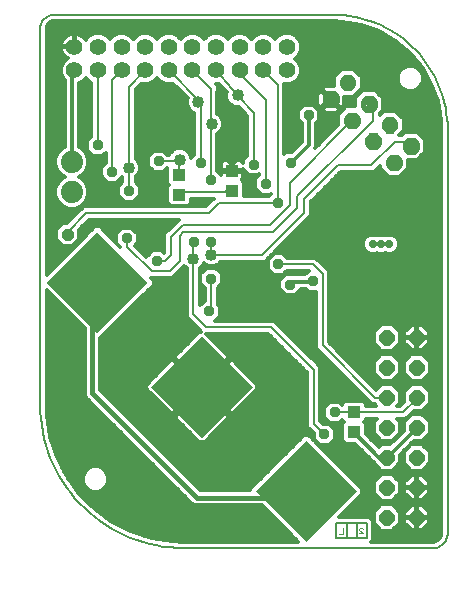
<source format=gbl>
G75*
G70*
%OFA0B0*%
%FSLAX24Y24*%
%IPPOS*%
%LPD*%
%AMOC8*
5,1,8,0,0,1.08239X$1,22.5*
%
%ADD10C,0.0020*%
%ADD11C,0.0115*%
%ADD12OC8,0.0515*%
%ADD13R,0.0433X0.0394*%
%ADD14R,0.2390X0.2390*%
%ADD15C,0.0740*%
%ADD16C,0.0560*%
%ADD17C,0.0400*%
%ADD18C,0.0280*%
%ADD19C,0.0080*%
%ADD20OC8,0.0357*%
%ADD21C,0.0120*%
%ADD22C,0.0180*%
%ADD23OC8,0.0396*%
%ADD24C,0.0160*%
%ADD25C,0.0060*%
%ADD26C,0.0050*%
D10*
X011836Y002377D02*
X011957Y002377D01*
X011957Y002557D01*
X012511Y002537D02*
X012541Y002567D01*
X012602Y002567D01*
X012632Y002537D01*
X012511Y002537D02*
X012511Y002507D01*
X012632Y002387D01*
X012511Y002387D01*
D11*
X013637Y014916D02*
X013579Y014974D01*
X013767Y014974D01*
X013902Y014839D01*
X013902Y014651D01*
X013767Y014516D01*
X013579Y014516D01*
X013444Y014651D01*
X013444Y014839D01*
X013579Y014974D01*
X013614Y014887D01*
X013732Y014887D01*
X013815Y014804D01*
X013815Y014686D01*
X013732Y014603D01*
X013614Y014603D01*
X013531Y014686D01*
X013531Y014804D01*
X013614Y014887D01*
X013649Y014801D01*
X013697Y014801D01*
X013729Y014769D01*
X013729Y014721D01*
X013697Y014689D01*
X013649Y014689D01*
X013617Y014721D01*
X013617Y014769D01*
X013649Y014801D01*
X014194Y015472D02*
X014136Y015530D01*
X014324Y015530D01*
X014459Y015395D01*
X014459Y015207D01*
X014324Y015072D01*
X014136Y015072D01*
X014001Y015207D01*
X014001Y015395D01*
X014136Y015530D01*
X014171Y015443D01*
X014289Y015443D01*
X014372Y015360D01*
X014372Y015242D01*
X014289Y015159D01*
X014171Y015159D01*
X014088Y015242D01*
X014088Y015360D01*
X014171Y015443D01*
X014206Y015357D01*
X014254Y015357D01*
X014286Y015325D01*
X014286Y015277D01*
X014254Y015245D01*
X014206Y015245D01*
X014174Y015277D01*
X014174Y015325D01*
X014206Y015357D01*
X013487Y016180D02*
X013429Y016238D01*
X013617Y016238D01*
X013752Y016103D01*
X013752Y015915D01*
X013617Y015780D01*
X013429Y015780D01*
X013294Y015915D01*
X013294Y016103D01*
X013429Y016238D01*
X013464Y016151D01*
X013582Y016151D01*
X013665Y016068D01*
X013665Y015950D01*
X013582Y015867D01*
X013464Y015867D01*
X013381Y015950D01*
X013381Y016068D01*
X013464Y016151D01*
X013499Y016065D01*
X013547Y016065D01*
X013579Y016033D01*
X013579Y015985D01*
X013547Y015953D01*
X013499Y015953D01*
X013467Y015985D01*
X013467Y016033D01*
X013499Y016065D01*
X012930Y015623D02*
X012872Y015681D01*
X013060Y015681D01*
X013195Y015546D01*
X013195Y015358D01*
X013060Y015223D01*
X012872Y015223D01*
X012737Y015358D01*
X012737Y015546D01*
X012872Y015681D01*
X012907Y015594D01*
X013025Y015594D01*
X013108Y015511D01*
X013108Y015393D01*
X013025Y015310D01*
X012907Y015310D01*
X012824Y015393D01*
X012824Y015511D01*
X012907Y015594D01*
X012942Y015508D01*
X012990Y015508D01*
X013022Y015476D01*
X013022Y015428D01*
X012990Y015396D01*
X012942Y015396D01*
X012910Y015428D01*
X012910Y015476D01*
X012942Y015508D01*
X012234Y016319D02*
X012176Y016377D01*
X012364Y016377D01*
X012499Y016242D01*
X012499Y016054D01*
X012364Y015919D01*
X012176Y015919D01*
X012041Y016054D01*
X012041Y016242D01*
X012176Y016377D01*
X012211Y016290D01*
X012329Y016290D01*
X012412Y016207D01*
X012412Y016089D01*
X012329Y016006D01*
X012211Y016006D01*
X012128Y016089D01*
X012128Y016207D01*
X012211Y016290D01*
X012246Y016204D01*
X012294Y016204D01*
X012326Y016172D01*
X012326Y016124D01*
X012294Y016092D01*
X012246Y016092D01*
X012214Y016124D01*
X012214Y016172D01*
X012246Y016204D01*
X012791Y016876D02*
X012733Y016934D01*
X012921Y016934D01*
X013056Y016799D01*
X013056Y016611D01*
X012921Y016476D01*
X012733Y016476D01*
X012598Y016611D01*
X012598Y016799D01*
X012733Y016934D01*
X012768Y016847D01*
X012886Y016847D01*
X012969Y016764D01*
X012969Y016646D01*
X012886Y016563D01*
X012768Y016563D01*
X012685Y016646D01*
X012685Y016764D01*
X012768Y016847D01*
X012803Y016761D01*
X012851Y016761D01*
X012883Y016729D01*
X012883Y016681D01*
X012851Y016649D01*
X012803Y016649D01*
X012771Y016681D01*
X012771Y016729D01*
X012803Y016761D01*
X012084Y017583D02*
X012026Y017641D01*
X012214Y017641D01*
X012349Y017506D01*
X012349Y017318D01*
X012214Y017183D01*
X012026Y017183D01*
X011891Y017318D01*
X011891Y017506D01*
X012026Y017641D01*
X012061Y017554D01*
X012179Y017554D01*
X012262Y017471D01*
X012262Y017353D01*
X012179Y017270D01*
X012061Y017270D01*
X011978Y017353D01*
X011978Y017471D01*
X012061Y017554D01*
X012096Y017468D01*
X012144Y017468D01*
X012176Y017436D01*
X012176Y017388D01*
X012144Y017356D01*
X012096Y017356D01*
X012064Y017388D01*
X012064Y017436D01*
X012096Y017468D01*
X011527Y017026D02*
X011469Y017084D01*
X011657Y017084D01*
X011792Y016949D01*
X011792Y016761D01*
X011657Y016626D01*
X011469Y016626D01*
X011334Y016761D01*
X011334Y016949D01*
X011469Y017084D01*
X011504Y016997D01*
X011622Y016997D01*
X011705Y016914D01*
X011705Y016796D01*
X011622Y016713D01*
X011504Y016713D01*
X011421Y016796D01*
X011421Y016914D01*
X011504Y016997D01*
X011539Y016911D01*
X011587Y016911D01*
X011619Y016879D01*
X011619Y016831D01*
X011587Y016799D01*
X011539Y016799D01*
X011507Y016831D01*
X011507Y016879D01*
X011539Y016911D01*
D12*
X013429Y008912D03*
X013429Y007912D03*
X013429Y006912D03*
X013429Y005912D03*
X013429Y004912D03*
X013429Y003912D03*
X013429Y002912D03*
X014429Y002912D03*
X014429Y003912D03*
X014429Y004912D03*
X014429Y005912D03*
X014429Y006912D03*
X014429Y007912D03*
X014429Y008912D03*
D13*
X012337Y006421D03*
X012337Y005752D03*
X006515Y013667D03*
X006515Y014336D03*
X008269Y014476D03*
X008269Y013807D03*
D14*
G36*
X003785Y009056D02*
X002096Y010745D01*
X003785Y012434D01*
X005474Y010745D01*
X003785Y009056D01*
G37*
G36*
X007265Y005576D02*
X005576Y007265D01*
X007265Y008954D01*
X008954Y007265D01*
X007265Y005576D01*
G37*
G36*
X010745Y002096D02*
X009056Y003785D01*
X010745Y005474D01*
X012434Y003785D01*
X010745Y002096D01*
G37*
D15*
X002935Y013761D03*
X002935Y014761D03*
D16*
X003015Y017815D03*
X003015Y018603D03*
X003802Y018603D03*
X003802Y017815D03*
X004589Y017815D03*
X004589Y018603D03*
X005377Y018603D03*
X005377Y017815D03*
X006164Y017815D03*
X006164Y018603D03*
X006952Y018603D03*
X006952Y017815D03*
X007739Y017815D03*
X007739Y018603D03*
X008526Y018603D03*
X008526Y017815D03*
X009314Y017815D03*
X009314Y018603D03*
X010101Y018603D03*
X010101Y017815D03*
D17*
X008457Y016987D03*
X007597Y016037D03*
X007147Y016757D03*
X006527Y014847D03*
X004827Y014567D03*
X006977Y011537D03*
X007577Y011667D03*
D18*
X012957Y012027D03*
X013237Y012027D03*
X013517Y012027D03*
D19*
X012917Y014657D02*
X011797Y014657D01*
X010677Y013537D01*
X010677Y013077D01*
X009267Y011667D01*
X007577Y011667D01*
X007577Y012087D01*
X007007Y012097D02*
X006977Y012067D01*
X006977Y011537D01*
X006977Y009697D01*
X007407Y009257D01*
X009577Y009257D01*
X010997Y007837D01*
X010997Y006037D01*
X011347Y005687D01*
X011697Y006417D02*
X011701Y006421D01*
X012337Y006421D01*
X012342Y006427D01*
X013977Y006427D01*
X014429Y006879D01*
X014429Y006912D01*
X013429Y006912D02*
X013031Y006912D01*
X011287Y008657D01*
X011287Y011027D01*
X010957Y011357D01*
X009817Y011357D01*
X009907Y011267D01*
X009647Y012417D02*
X006647Y012417D01*
X006527Y012297D01*
X006527Y011457D01*
X006187Y011117D01*
X005597Y011117D01*
X004767Y011937D01*
X004767Y012217D01*
X005777Y011457D02*
X006027Y011457D01*
X006237Y011667D01*
X006237Y012267D01*
X006647Y012677D01*
X009527Y012677D01*
X010197Y013347D01*
X010197Y014074D01*
X012270Y016148D01*
X012967Y016147D02*
X010447Y013627D01*
X010447Y013217D01*
X009647Y012417D01*
X009797Y013397D02*
X007827Y013397D01*
X007497Y013067D01*
X003417Y013067D01*
X002787Y012437D01*
X002787Y012337D01*
X003785Y010745D02*
X003657Y010616D01*
X003657Y010277D01*
X006177Y007277D02*
X007197Y007307D01*
X007265Y007265D02*
X007097Y007097D01*
X007097Y007087D01*
X007157Y007027D01*
X007477Y007027D01*
X007507Y009787D02*
X007577Y009857D01*
X007577Y010867D01*
X006515Y013667D02*
X006615Y013767D01*
X008037Y013767D01*
X008249Y013979D01*
X008269Y013807D01*
X007557Y014167D02*
X007558Y015977D01*
X007608Y016025D01*
X007597Y016037D01*
X007558Y015977D02*
X007567Y017200D01*
X006952Y017815D01*
X007739Y017815D02*
X008481Y016979D01*
X008464Y016979D01*
X008457Y016987D01*
X008481Y016979D02*
X008997Y016398D01*
X008997Y014677D01*
X009397Y014037D02*
X009397Y016837D01*
X008526Y017707D01*
X008526Y017815D01*
X009314Y017815D02*
X009797Y017332D01*
X009797Y013397D01*
X010967Y010787D02*
X010977Y010787D01*
X012917Y014657D02*
X013697Y015437D01*
X014095Y015437D01*
X014230Y015301D01*
X012967Y016147D02*
X012967Y016565D01*
X012827Y016705D01*
X007237Y016743D02*
X007237Y014727D01*
X006527Y014787D02*
X006527Y014847D01*
X006515Y014605D01*
X006515Y014336D01*
X006527Y014787D02*
X005827Y014787D01*
X006545Y013767D02*
X006515Y013667D01*
X004837Y013797D02*
X004837Y014577D01*
X004837Y014647D01*
X004837Y017275D01*
X005377Y017815D01*
X006164Y017815D02*
X007185Y016795D01*
X007147Y016757D01*
X007185Y016795D02*
X007237Y016743D01*
X004837Y014577D02*
X004827Y014567D01*
X004277Y014437D02*
X004277Y017502D01*
X004589Y017815D01*
X003802Y017815D02*
X003797Y017810D01*
X003797Y015317D01*
D20*
X003797Y015317D03*
X004277Y014437D03*
X004837Y013797D03*
X005827Y014787D03*
X007237Y014727D03*
X007557Y014167D03*
X008257Y014817D03*
X008997Y014677D03*
X009397Y014037D03*
X009797Y013397D03*
X010227Y014727D03*
X010827Y016317D03*
X007577Y012087D03*
X007007Y012097D03*
X007577Y010867D03*
X007507Y009787D03*
X009107Y011197D03*
X009817Y011357D03*
X010207Y010677D03*
X010977Y010787D03*
X012987Y010397D03*
X011707Y007387D03*
X011697Y006417D03*
X011347Y005687D03*
X010147Y007377D03*
X007477Y007027D03*
X006177Y007277D03*
X003657Y010277D03*
X004767Y012217D03*
X005777Y011457D03*
X003297Y005217D03*
D21*
X003467Y003853D02*
X003075Y003853D01*
X002989Y003971D02*
X003355Y003971D01*
X003360Y003959D02*
X003297Y004113D01*
X003297Y004280D01*
X003360Y004434D01*
X003479Y004553D01*
X003633Y004617D01*
X003800Y004617D01*
X003954Y004553D01*
X004073Y004434D01*
X004137Y004280D01*
X004137Y004113D01*
X004073Y003959D01*
X003954Y003840D01*
X003800Y003777D01*
X003633Y003777D01*
X003479Y003840D01*
X003360Y003959D01*
X003306Y004090D02*
X002903Y004090D01*
X002817Y004208D02*
X003297Y004208D01*
X003316Y004327D02*
X002739Y004327D01*
X002760Y004287D02*
X002434Y004926D01*
X002213Y005607D01*
X002101Y006315D01*
X002087Y006673D01*
X002087Y010500D01*
X003357Y009230D01*
X003357Y007005D01*
X003396Y006909D01*
X006876Y003429D01*
X006949Y003356D01*
X007045Y003317D01*
X009270Y003317D01*
X010480Y002107D01*
X006653Y002107D01*
X006295Y002121D01*
X005587Y002233D01*
X004906Y002454D01*
X004267Y002780D01*
X003687Y003201D01*
X003181Y003707D01*
X002760Y004287D01*
X002679Y004445D02*
X003371Y004445D01*
X003505Y004564D02*
X002619Y004564D01*
X002558Y004682D02*
X005623Y004682D01*
X005505Y004801D02*
X002498Y004801D01*
X002438Y004919D02*
X005386Y004919D01*
X005268Y005038D02*
X002398Y005038D01*
X002359Y005156D02*
X005149Y005156D01*
X005031Y005275D02*
X002321Y005275D01*
X002282Y005393D02*
X004912Y005393D01*
X004794Y005512D02*
X002244Y005512D01*
X002209Y005630D02*
X004675Y005630D01*
X004557Y005749D02*
X002190Y005749D01*
X002172Y005867D02*
X004438Y005867D01*
X004320Y005986D02*
X002153Y005986D01*
X002134Y006104D02*
X004201Y006104D01*
X004083Y006223D02*
X002115Y006223D01*
X002100Y006341D02*
X003964Y006341D01*
X003846Y006460D02*
X002095Y006460D01*
X002090Y006578D02*
X003727Y006578D01*
X003609Y006697D02*
X002087Y006697D01*
X002087Y006815D02*
X003490Y006815D01*
X003386Y006934D02*
X002087Y006934D01*
X002087Y007052D02*
X003357Y007052D01*
X003357Y007171D02*
X002087Y007171D01*
X002087Y007289D02*
X003357Y007289D01*
X003357Y007408D02*
X002087Y007408D01*
X002087Y007526D02*
X003357Y007526D01*
X003357Y007645D02*
X002087Y007645D01*
X002087Y007763D02*
X003357Y007763D01*
X003357Y007882D02*
X002087Y007882D01*
X002087Y008000D02*
X003357Y008000D01*
X003357Y008119D02*
X002087Y008119D01*
X002087Y008237D02*
X003357Y008237D01*
X003357Y008356D02*
X002087Y008356D01*
X002087Y008474D02*
X003357Y008474D01*
X003357Y008593D02*
X002087Y008593D01*
X002087Y008711D02*
X003357Y008711D01*
X003357Y008830D02*
X002087Y008830D01*
X002087Y008948D02*
X003357Y008948D01*
X003357Y009067D02*
X002087Y009067D01*
X002087Y009185D02*
X003357Y009185D01*
X003282Y009304D02*
X002087Y009304D01*
X002087Y009422D02*
X003164Y009422D01*
X003045Y009541D02*
X002087Y009541D01*
X002087Y009659D02*
X002927Y009659D01*
X002808Y009778D02*
X002087Y009778D01*
X002087Y009896D02*
X002690Y009896D01*
X002571Y010015D02*
X002087Y010015D01*
X002087Y010133D02*
X002453Y010133D01*
X002334Y010252D02*
X002087Y010252D01*
X002087Y010370D02*
X002216Y010370D01*
X002097Y010489D02*
X002087Y010489D01*
X002087Y010991D02*
X002087Y019219D01*
X002091Y019266D01*
X002127Y019351D01*
X002192Y019417D01*
X002277Y019452D01*
X002324Y019457D01*
X011637Y019457D01*
X011951Y019443D01*
X012571Y019334D01*
X013162Y019118D01*
X013707Y018804D01*
X014189Y018399D01*
X014594Y017917D01*
X014908Y017372D01*
X015124Y016781D01*
X015233Y016161D01*
X015247Y015847D01*
X015247Y002389D01*
X015241Y002334D01*
X015199Y002232D01*
X015121Y002154D01*
X015019Y002112D01*
X014964Y002107D01*
X012911Y002107D01*
X012967Y002162D01*
X012967Y002632D01*
X012967Y002801D01*
X012846Y002922D01*
X011826Y002922D01*
X012615Y003711D01*
X012615Y003860D01*
X010820Y005655D01*
X010671Y005655D01*
X008875Y003860D01*
X008875Y003837D01*
X007204Y003837D01*
X003877Y007164D01*
X003877Y008892D01*
X005655Y010671D01*
X005655Y010820D01*
X005578Y010896D01*
X005597Y010897D01*
X006278Y010897D01*
X006407Y011025D01*
X006678Y011297D01*
X006757Y011219D01*
X006757Y009698D01*
X006756Y009608D01*
X006757Y009607D01*
X006757Y009605D01*
X006820Y009542D01*
X007187Y009167D01*
X007187Y009165D01*
X007238Y009114D01*
X007203Y009104D01*
X007167Y009083D01*
X006350Y008266D01*
X007265Y007350D01*
X007180Y007265D01*
X007265Y007180D01*
X006350Y006265D01*
X007167Y005447D01*
X007203Y005426D01*
X007244Y005415D01*
X007286Y005415D01*
X007327Y005426D01*
X007363Y005447D01*
X008181Y006265D01*
X007265Y007180D01*
X007350Y007265D01*
X008266Y006350D01*
X009083Y007167D01*
X009104Y007203D01*
X009115Y007244D01*
X009115Y007286D01*
X009104Y007327D01*
X009083Y007363D01*
X008266Y008181D01*
X007350Y007265D01*
X007265Y007350D01*
X008181Y008266D01*
X007410Y009037D01*
X007495Y009036D01*
X007496Y009037D01*
X009485Y009037D01*
X010777Y007745D01*
X010777Y005945D01*
X010988Y005734D01*
X010988Y005538D01*
X011198Y005328D01*
X011495Y005328D01*
X011705Y005538D01*
X011705Y005835D01*
X011495Y006045D01*
X011299Y006045D01*
X011217Y006128D01*
X011217Y007928D01*
X011088Y008057D01*
X009668Y009477D01*
X007703Y009477D01*
X007865Y009638D01*
X007865Y009935D01*
X007797Y010003D01*
X007797Y010580D01*
X007935Y010718D01*
X007935Y011015D01*
X007725Y011225D01*
X007428Y011225D01*
X007218Y011015D01*
X007218Y010718D01*
X007357Y010580D01*
X007357Y010143D01*
X007197Y009983D01*
X007197Y011219D01*
X007299Y011321D01*
X007324Y011382D01*
X007361Y011344D01*
X007501Y011287D01*
X007652Y011287D01*
X007792Y011344D01*
X007894Y011447D01*
X009358Y011447D01*
X009487Y011575D01*
X010897Y012985D01*
X010897Y013445D01*
X011888Y014437D01*
X013008Y014437D01*
X013137Y014565D01*
X013206Y014635D01*
X013206Y014551D01*
X013480Y014278D01*
X013867Y014278D01*
X014140Y014551D01*
X014140Y014834D01*
X014423Y014834D01*
X014697Y015108D01*
X014697Y015495D01*
X014423Y015768D01*
X014037Y015768D01*
X013925Y015657D01*
X013831Y015657D01*
X013990Y015815D01*
X013990Y016202D01*
X013716Y016476D01*
X013329Y016476D01*
X013187Y016333D01*
X013187Y016404D01*
X013294Y016511D01*
X013294Y016898D01*
X013020Y017172D01*
X012633Y017172D01*
X012360Y016898D01*
X012360Y016615D01*
X012077Y016615D01*
X011803Y016341D01*
X011803Y015992D01*
X011050Y015239D01*
X011067Y015279D01*
X011067Y016050D01*
X011185Y016168D01*
X011185Y016465D01*
X010975Y016675D01*
X010678Y016675D01*
X010468Y016465D01*
X010468Y016168D01*
X010587Y016050D01*
X010587Y015426D01*
X010246Y015085D01*
X010078Y015085D01*
X010017Y015023D01*
X010017Y017355D01*
X010193Y017355D01*
X010362Y017425D01*
X010491Y017555D01*
X010561Y017724D01*
X010561Y017907D01*
X010491Y018076D01*
X010362Y018205D01*
X010353Y018209D01*
X010362Y018213D01*
X010491Y018342D01*
X010561Y018511D01*
X010561Y018694D01*
X010491Y018863D01*
X010362Y018993D01*
X010193Y019063D01*
X010010Y019063D01*
X009841Y018993D01*
X009711Y018863D01*
X009707Y018854D01*
X009704Y018863D01*
X009574Y018993D01*
X009405Y019063D01*
X009222Y019063D01*
X009053Y018993D01*
X008924Y018863D01*
X008920Y018854D01*
X008916Y018863D01*
X008787Y018993D01*
X008618Y019063D01*
X008435Y019063D01*
X008266Y018993D01*
X008136Y018863D01*
X008133Y018854D01*
X008129Y018863D01*
X007999Y018993D01*
X007830Y019063D01*
X007647Y019063D01*
X007478Y018993D01*
X007349Y018863D01*
X007345Y018854D01*
X007341Y018863D01*
X007212Y018993D01*
X007043Y019063D01*
X006860Y019063D01*
X006691Y018993D01*
X006562Y018863D01*
X006558Y018854D01*
X006554Y018863D01*
X006425Y018993D01*
X006256Y019063D01*
X006073Y019063D01*
X005904Y018993D01*
X005774Y018863D01*
X005770Y018854D01*
X005767Y018863D01*
X005637Y018993D01*
X005468Y019063D01*
X005285Y019063D01*
X005116Y018993D01*
X004987Y018863D01*
X004983Y018854D01*
X004979Y018863D01*
X004850Y018993D01*
X004681Y019063D01*
X004498Y019063D01*
X004329Y018993D01*
X004199Y018863D01*
X004196Y018854D01*
X004192Y018863D01*
X004062Y018993D01*
X003893Y019063D01*
X003710Y019063D01*
X003541Y018993D01*
X003412Y018863D01*
X003396Y018824D01*
X003391Y018833D01*
X003350Y018889D01*
X003301Y018938D01*
X003245Y018979D01*
X003183Y019010D01*
X003118Y019032D01*
X003049Y019043D01*
X003033Y019043D01*
X003033Y018621D01*
X002996Y018621D01*
X002996Y018584D01*
X002575Y018584D01*
X002575Y018568D01*
X002585Y018500D01*
X002607Y018434D01*
X002638Y018372D01*
X002679Y018316D01*
X002728Y018267D01*
X002784Y018226D01*
X002793Y018221D01*
X002754Y018205D01*
X002625Y018076D01*
X002555Y017907D01*
X002555Y017724D01*
X002625Y017555D01*
X002695Y017485D01*
X002695Y015257D01*
X002623Y015228D01*
X002468Y015073D01*
X002385Y014871D01*
X002385Y014652D01*
X002468Y014450D01*
X002623Y014295D01*
X002704Y014261D01*
X002623Y014228D01*
X002468Y014073D01*
X002385Y013871D01*
X002385Y013652D01*
X002468Y013450D01*
X002623Y013295D01*
X002825Y013211D01*
X003044Y013211D01*
X003246Y013295D01*
X003401Y013450D01*
X003485Y013652D01*
X003485Y013871D01*
X003401Y014073D01*
X003246Y014228D01*
X003165Y014261D01*
X003246Y014295D01*
X003401Y014450D01*
X003485Y014652D01*
X003485Y014871D01*
X003401Y015073D01*
X003246Y015228D01*
X003175Y015257D01*
X003175Y017384D01*
X003275Y017425D01*
X003404Y017555D01*
X003408Y017564D01*
X003412Y017555D01*
X003541Y017425D01*
X003577Y017411D01*
X003577Y015603D01*
X003438Y015465D01*
X003438Y015168D01*
X003648Y014958D01*
X003945Y014958D01*
X004057Y015070D01*
X004057Y014723D01*
X003918Y014585D01*
X003918Y014288D01*
X004128Y014078D01*
X004425Y014078D01*
X004601Y014254D01*
X004611Y014244D01*
X004617Y014242D01*
X004617Y014083D01*
X004478Y013945D01*
X004478Y013648D01*
X004688Y013438D01*
X004985Y013438D01*
X005195Y013648D01*
X005195Y013945D01*
X005057Y014083D01*
X005057Y014259D01*
X005149Y014351D01*
X005207Y014491D01*
X005207Y014642D01*
X005149Y014782D01*
X005057Y014874D01*
X005057Y017184D01*
X005245Y017372D01*
X005285Y017355D01*
X005468Y017355D01*
X005637Y017425D01*
X005767Y017555D01*
X005770Y017564D01*
X005774Y017555D01*
X005904Y017425D01*
X006073Y017355D01*
X006256Y017355D01*
X006296Y017372D01*
X006787Y016881D01*
X006767Y016832D01*
X006767Y016681D01*
X006824Y016541D01*
X006931Y016434D01*
X007017Y016399D01*
X007017Y015013D01*
X006907Y014903D01*
X006907Y014922D01*
X006849Y015062D01*
X006742Y015169D01*
X006602Y015227D01*
X006451Y015227D01*
X006311Y015169D01*
X006204Y015062D01*
X006182Y015007D01*
X006113Y015007D01*
X005975Y015145D01*
X005678Y015145D01*
X005468Y014935D01*
X005468Y014638D01*
X005678Y014428D01*
X005975Y014428D01*
X006113Y014567D01*
X006118Y014567D01*
X006118Y014065D01*
X006181Y014001D01*
X006118Y013938D01*
X006118Y013395D01*
X006224Y013290D01*
X006806Y013290D01*
X006911Y013395D01*
X006911Y013547D01*
X007665Y013547D01*
X007607Y013488D01*
X007405Y013287D01*
X003325Y013287D01*
X002754Y012715D01*
X002630Y012715D01*
X002408Y012493D01*
X002408Y012180D01*
X002630Y011958D01*
X002943Y011958D01*
X003165Y012180D01*
X003165Y012493D01*
X003159Y012498D01*
X003508Y012847D01*
X006505Y012847D01*
X006145Y012487D01*
X006017Y012358D01*
X006017Y011758D01*
X005999Y011741D01*
X005925Y011815D01*
X005628Y011815D01*
X005418Y011605D01*
X005418Y011602D01*
X005036Y011979D01*
X005125Y012068D01*
X005125Y012365D01*
X004915Y012575D01*
X004618Y012575D01*
X004408Y012365D01*
X004408Y012068D01*
X004547Y011930D01*
X004547Y011928D01*
X003860Y012615D01*
X003711Y012615D01*
X002087Y010991D01*
X002087Y011081D02*
X002177Y011081D01*
X002087Y011200D02*
X002295Y011200D01*
X002414Y011318D02*
X002087Y011318D01*
X002087Y011437D02*
X002532Y011437D01*
X002651Y011555D02*
X002087Y011555D01*
X002087Y011674D02*
X002769Y011674D01*
X002888Y011792D02*
X002087Y011792D01*
X002087Y011911D02*
X003006Y011911D01*
X003014Y012029D02*
X003125Y012029D01*
X003132Y012148D02*
X003243Y012148D01*
X003165Y012266D02*
X003362Y012266D01*
X003480Y012385D02*
X003165Y012385D01*
X003164Y012503D02*
X003599Y012503D01*
X003401Y012740D02*
X006399Y012740D01*
X006280Y012622D02*
X003283Y012622D01*
X003016Y012977D02*
X002087Y012977D01*
X002087Y012859D02*
X002897Y012859D01*
X002779Y012740D02*
X002087Y012740D01*
X002087Y012622D02*
X002537Y012622D01*
X002418Y012503D02*
X002087Y012503D01*
X002087Y012385D02*
X002408Y012385D01*
X002408Y012266D02*
X002087Y012266D01*
X002087Y012148D02*
X002441Y012148D01*
X002559Y012029D02*
X002087Y012029D01*
X002087Y013096D02*
X003134Y013096D01*
X003051Y013214D02*
X003253Y013214D01*
X003284Y013333D02*
X006181Y013333D01*
X006118Y013451D02*
X004998Y013451D01*
X005116Y013570D02*
X006118Y013570D01*
X006118Y013688D02*
X005195Y013688D01*
X005195Y013807D02*
X006118Y013807D01*
X006118Y013925D02*
X005195Y013925D01*
X005096Y014044D02*
X006139Y014044D01*
X006118Y014162D02*
X005057Y014162D01*
X005078Y014281D02*
X006118Y014281D01*
X006118Y014399D02*
X005168Y014399D01*
X005207Y014518D02*
X005589Y014518D01*
X005470Y014636D02*
X005207Y014636D01*
X005160Y014755D02*
X005468Y014755D01*
X005468Y014873D02*
X005057Y014873D01*
X005057Y014992D02*
X005525Y014992D01*
X005643Y015110D02*
X005057Y015110D01*
X005057Y015229D02*
X007017Y015229D01*
X007017Y015347D02*
X005057Y015347D01*
X005057Y015466D02*
X007017Y015466D01*
X007017Y015584D02*
X005057Y015584D01*
X005057Y015703D02*
X007017Y015703D01*
X007017Y015821D02*
X005057Y015821D01*
X005057Y015940D02*
X007017Y015940D01*
X007017Y016058D02*
X005057Y016058D01*
X005057Y016177D02*
X007017Y016177D01*
X007017Y016295D02*
X005057Y016295D01*
X005057Y016414D02*
X006982Y016414D01*
X006834Y016532D02*
X005057Y016532D01*
X005057Y016651D02*
X006779Y016651D01*
X006767Y016769D02*
X005057Y016769D01*
X005057Y016888D02*
X006781Y016888D01*
X006662Y017006D02*
X005057Y017006D01*
X005057Y017125D02*
X006544Y017125D01*
X006425Y017243D02*
X005116Y017243D01*
X005234Y017362D02*
X005270Y017362D01*
X005484Y017362D02*
X006057Y017362D01*
X005849Y017480D02*
X005692Y017480D01*
X006271Y017362D02*
X006307Y017362D01*
X006515Y018902D02*
X006601Y018902D01*
X006759Y019021D02*
X006357Y019021D01*
X005971Y019021D02*
X005569Y019021D01*
X005728Y018902D02*
X005813Y018902D01*
X005184Y019021D02*
X004782Y019021D01*
X004940Y018902D02*
X005026Y018902D01*
X004397Y019021D02*
X003995Y019021D01*
X004153Y018902D02*
X004238Y018902D01*
X003609Y019021D02*
X003152Y019021D01*
X003033Y019021D02*
X002996Y019021D01*
X002996Y019043D02*
X002980Y019043D01*
X002911Y019032D01*
X002846Y019010D01*
X002784Y018979D01*
X002728Y018938D01*
X002679Y018889D01*
X002638Y018833D01*
X002607Y018771D01*
X002585Y018706D01*
X002575Y018637D01*
X002575Y018621D01*
X002996Y018621D01*
X002996Y019043D01*
X002877Y019021D02*
X002087Y019021D01*
X002087Y019139D02*
X013105Y019139D01*
X013332Y019021D02*
X010294Y019021D01*
X010452Y018902D02*
X013537Y018902D01*
X013731Y018784D02*
X010524Y018784D01*
X010561Y018665D02*
X013872Y018665D01*
X014014Y018547D02*
X010561Y018547D01*
X010527Y018428D02*
X014155Y018428D01*
X014265Y018310D02*
X010459Y018310D01*
X010376Y018191D02*
X014364Y018191D01*
X014463Y018073D02*
X010492Y018073D01*
X010541Y017954D02*
X014093Y017954D01*
X014123Y017967D02*
X013969Y017903D01*
X013850Y017784D01*
X013787Y017630D01*
X013787Y017463D01*
X013850Y017309D01*
X013969Y017190D01*
X014123Y017127D01*
X014290Y017127D01*
X014444Y017190D01*
X014563Y017309D01*
X014627Y017463D01*
X014627Y017630D01*
X014563Y017784D01*
X014444Y017903D01*
X014290Y017967D01*
X014123Y017967D01*
X014320Y017954D02*
X014563Y017954D01*
X014511Y017836D02*
X014641Y017836D01*
X014591Y017717D02*
X014709Y017717D01*
X014778Y017599D02*
X014627Y017599D01*
X014627Y017480D02*
X014846Y017480D01*
X014912Y017362D02*
X014585Y017362D01*
X014497Y017243D02*
X014955Y017243D01*
X014999Y017125D02*
X013067Y017125D01*
X013186Y017006D02*
X015042Y017006D01*
X015085Y016888D02*
X013294Y016888D01*
X013294Y016769D02*
X015126Y016769D01*
X015147Y016651D02*
X013294Y016651D01*
X013294Y016532D02*
X015167Y016532D01*
X015188Y016414D02*
X013778Y016414D01*
X013897Y016295D02*
X015209Y016295D01*
X015230Y016177D02*
X013990Y016177D01*
X013990Y016058D02*
X015237Y016058D01*
X015243Y015940D02*
X013990Y015940D01*
X013990Y015821D02*
X015247Y015821D01*
X015247Y015703D02*
X014489Y015703D01*
X014608Y015584D02*
X015247Y015584D01*
X015247Y015466D02*
X014697Y015466D01*
X014697Y015347D02*
X015247Y015347D01*
X015247Y015229D02*
X014697Y015229D01*
X014697Y015110D02*
X015247Y015110D01*
X015247Y014992D02*
X014581Y014992D01*
X014462Y014873D02*
X015247Y014873D01*
X015247Y014755D02*
X014140Y014755D01*
X014140Y014636D02*
X015247Y014636D01*
X015247Y014518D02*
X014107Y014518D01*
X013988Y014399D02*
X015247Y014399D01*
X015247Y014281D02*
X013870Y014281D01*
X013477Y014281D02*
X011732Y014281D01*
X011850Y014399D02*
X013358Y014399D01*
X013240Y014518D02*
X013089Y014518D01*
X013877Y015703D02*
X013971Y015703D01*
X013267Y016414D02*
X013196Y016414D01*
X012587Y017125D02*
X012493Y017125D01*
X012468Y017006D02*
X012375Y017006D01*
X012313Y016945D02*
X012587Y017218D01*
X012587Y017605D01*
X012313Y017879D01*
X011926Y017879D01*
X011653Y017605D01*
X011653Y017302D01*
X011378Y017302D01*
X011271Y017195D01*
X011563Y016902D01*
X011516Y016855D01*
X011223Y017147D01*
X011116Y017040D01*
X011116Y016670D01*
X011223Y016562D01*
X011516Y016855D01*
X011563Y016807D01*
X011610Y016855D01*
X011903Y016562D01*
X012010Y016670D01*
X012010Y016945D01*
X012313Y016945D01*
X012360Y016888D02*
X012010Y016888D01*
X012010Y016769D02*
X012360Y016769D01*
X012360Y016651D02*
X011991Y016651D01*
X011994Y016532D02*
X011838Y016532D01*
X011855Y016515D02*
X011563Y016807D01*
X011271Y016515D01*
X011378Y016408D01*
X011748Y016408D01*
X011855Y016515D01*
X011876Y016414D02*
X011754Y016414D01*
X011803Y016295D02*
X011185Y016295D01*
X011185Y016177D02*
X011803Y016177D01*
X011803Y016058D02*
X011075Y016058D01*
X011067Y015940D02*
X011751Y015940D01*
X011632Y015821D02*
X011067Y015821D01*
X011067Y015703D02*
X011514Y015703D01*
X011395Y015584D02*
X011067Y015584D01*
X011067Y015466D02*
X011277Y015466D01*
X011158Y015347D02*
X011067Y015347D01*
X010827Y015327D02*
X010227Y014727D01*
X010271Y015110D02*
X010017Y015110D01*
X010017Y015229D02*
X010389Y015229D01*
X010508Y015347D02*
X010017Y015347D01*
X010017Y015466D02*
X010587Y015466D01*
X010587Y015584D02*
X010017Y015584D01*
X010017Y015703D02*
X010587Y015703D01*
X010587Y015821D02*
X010017Y015821D01*
X010017Y015940D02*
X010587Y015940D01*
X010578Y016058D02*
X010017Y016058D01*
X010017Y016177D02*
X010468Y016177D01*
X010468Y016295D02*
X010017Y016295D01*
X010017Y016414D02*
X010468Y016414D01*
X010535Y016532D02*
X010017Y016532D01*
X010017Y016651D02*
X010654Y016651D01*
X010827Y016317D02*
X010827Y015327D01*
X011185Y016414D02*
X011372Y016414D01*
X011288Y016532D02*
X011118Y016532D01*
X011135Y016651D02*
X010999Y016651D01*
X011116Y016769D02*
X010017Y016769D01*
X010017Y016888D02*
X011116Y016888D01*
X011116Y017006D02*
X010017Y017006D01*
X010017Y017125D02*
X011201Y017125D01*
X011246Y017125D02*
X011341Y017125D01*
X011319Y017243D02*
X010017Y017243D01*
X010208Y017362D02*
X011653Y017362D01*
X011653Y017480D02*
X010417Y017480D01*
X010509Y017599D02*
X011653Y017599D01*
X011765Y017717D02*
X010558Y017717D01*
X010561Y017836D02*
X011883Y017836D01*
X012356Y017836D02*
X013902Y017836D01*
X013823Y017717D02*
X012475Y017717D01*
X012587Y017599D02*
X013787Y017599D01*
X013787Y017480D02*
X012587Y017480D01*
X012587Y017362D02*
X013829Y017362D01*
X013916Y017243D02*
X012587Y017243D01*
X011815Y016651D02*
X011720Y016651D01*
X011696Y016769D02*
X011601Y016769D01*
X011525Y016769D02*
X011430Y016769D01*
X011406Y016651D02*
X011311Y016651D01*
X011483Y016888D02*
X011548Y016888D01*
X011459Y017006D02*
X011364Y017006D01*
X009908Y019021D02*
X009506Y019021D01*
X009665Y018902D02*
X009750Y018902D01*
X009121Y019021D02*
X008719Y019021D01*
X008877Y018902D02*
X008963Y018902D01*
X008334Y019021D02*
X007932Y019021D01*
X008090Y018902D02*
X008175Y018902D01*
X007546Y019021D02*
X007144Y019021D01*
X007303Y018902D02*
X007388Y018902D01*
X007723Y017355D02*
X007830Y017355D01*
X007847Y017362D01*
X008088Y017090D01*
X008077Y017062D01*
X008077Y016911D01*
X008134Y016771D01*
X008241Y016664D01*
X008381Y016607D01*
X008517Y016607D01*
X008777Y016314D01*
X008777Y014963D01*
X008638Y014825D01*
X008638Y014723D01*
X008635Y014735D01*
X008614Y014771D01*
X008584Y014801D01*
X008548Y014822D01*
X008507Y014833D01*
X008308Y014833D01*
X008308Y014514D01*
X008646Y014514D01*
X008646Y014520D01*
X008848Y014318D01*
X009145Y014318D01*
X009177Y014350D01*
X009177Y014323D01*
X009038Y014185D01*
X009038Y013888D01*
X009248Y013678D01*
X009545Y013678D01*
X009577Y013710D01*
X009577Y013683D01*
X009510Y013617D01*
X008666Y013617D01*
X008666Y014078D01*
X008589Y014155D01*
X008614Y014181D01*
X008635Y014217D01*
X008646Y014258D01*
X008646Y014437D01*
X008308Y014437D01*
X008308Y014514D01*
X008231Y014514D01*
X008231Y014437D01*
X007893Y014437D01*
X007893Y014337D01*
X007777Y014453D01*
X007778Y015700D01*
X007812Y015714D01*
X007919Y015821D01*
X007977Y015961D01*
X007977Y016112D01*
X007919Y016252D01*
X007812Y016359D01*
X007781Y016371D01*
X007786Y017108D01*
X007787Y017109D01*
X007787Y017199D01*
X007787Y017290D01*
X007787Y017290D01*
X007787Y017291D01*
X007723Y017355D01*
X007846Y017362D02*
X007847Y017362D01*
X007787Y017243D02*
X007952Y017243D01*
X008057Y017125D02*
X007787Y017125D01*
X007785Y017006D02*
X008077Y017006D01*
X008086Y016888D02*
X007784Y016888D01*
X007784Y016769D02*
X008137Y016769D01*
X008275Y016651D02*
X007783Y016651D01*
X007782Y016532D02*
X008583Y016532D01*
X008688Y016414D02*
X007781Y016414D01*
X007875Y016295D02*
X008777Y016295D01*
X008777Y016177D02*
X007950Y016177D01*
X007977Y016058D02*
X008777Y016058D01*
X008777Y015940D02*
X007968Y015940D01*
X007918Y015821D02*
X008777Y015821D01*
X008777Y015703D02*
X007783Y015703D01*
X007778Y015584D02*
X008777Y015584D01*
X008777Y015466D02*
X007778Y015466D01*
X007778Y015347D02*
X008777Y015347D01*
X008777Y015229D02*
X007778Y015229D01*
X007777Y015110D02*
X008777Y015110D01*
X008777Y014992D02*
X007777Y014992D01*
X007777Y014873D02*
X008686Y014873D01*
X008638Y014755D02*
X008624Y014755D01*
X008646Y014518D02*
X008649Y014518D01*
X008646Y014399D02*
X008767Y014399D01*
X008646Y014281D02*
X009134Y014281D01*
X009038Y014162D02*
X008595Y014162D01*
X008666Y014044D02*
X009038Y014044D01*
X009038Y013925D02*
X008666Y013925D01*
X008666Y013807D02*
X009120Y013807D01*
X009238Y013688D02*
X008666Y013688D01*
X008308Y014518D02*
X008231Y014518D01*
X008231Y014514D02*
X008231Y014833D01*
X008032Y014833D01*
X007991Y014822D01*
X007955Y014801D01*
X007925Y014771D01*
X007904Y014735D01*
X007893Y014694D01*
X007893Y014514D01*
X008231Y014514D01*
X008231Y014636D02*
X008308Y014636D01*
X008308Y014755D02*
X008231Y014755D01*
X007915Y014755D02*
X007777Y014755D01*
X007777Y014636D02*
X007893Y014636D01*
X007893Y014518D02*
X007777Y014518D01*
X007831Y014399D02*
X007893Y014399D01*
X007570Y013451D02*
X006911Y013451D01*
X006849Y013333D02*
X007451Y013333D01*
X006162Y012503D02*
X004987Y012503D01*
X005105Y012385D02*
X006043Y012385D01*
X006017Y012266D02*
X005125Y012266D01*
X005125Y012148D02*
X006017Y012148D01*
X006017Y012029D02*
X005086Y012029D01*
X005106Y011911D02*
X006017Y011911D01*
X006017Y011792D02*
X005948Y011792D01*
X005605Y011792D02*
X005226Y011792D01*
X005346Y011674D02*
X005487Y011674D01*
X005631Y010844D02*
X006757Y010844D01*
X006757Y010726D02*
X005655Y010726D01*
X005592Y010607D02*
X006757Y010607D01*
X006757Y010489D02*
X005473Y010489D01*
X005355Y010370D02*
X006757Y010370D01*
X006757Y010252D02*
X005236Y010252D01*
X005118Y010133D02*
X006757Y010133D01*
X006757Y010015D02*
X004999Y010015D01*
X004881Y009896D02*
X006757Y009896D01*
X006757Y009778D02*
X004762Y009778D01*
X004644Y009659D02*
X006756Y009659D01*
X006821Y009541D02*
X004525Y009541D01*
X004407Y009422D02*
X006937Y009422D01*
X007053Y009304D02*
X004288Y009304D01*
X004170Y009185D02*
X007169Y009185D01*
X007150Y009067D02*
X004051Y009067D01*
X003933Y008948D02*
X007032Y008948D01*
X006913Y008830D02*
X003877Y008830D01*
X003877Y008711D02*
X006795Y008711D01*
X006676Y008593D02*
X003877Y008593D01*
X003877Y008474D02*
X006558Y008474D01*
X006439Y008356D02*
X003877Y008356D01*
X003877Y008237D02*
X006378Y008237D01*
X006265Y008181D02*
X005447Y007363D01*
X005426Y007327D01*
X005415Y007286D01*
X005415Y007244D01*
X005426Y007203D01*
X005447Y007167D01*
X006265Y006350D01*
X007180Y007265D01*
X006265Y008181D01*
X006327Y008119D02*
X006497Y008119D01*
X006446Y008000D02*
X006615Y008000D01*
X006564Y007882D02*
X006734Y007882D01*
X006683Y007763D02*
X006852Y007763D01*
X006801Y007645D02*
X006971Y007645D01*
X006920Y007526D02*
X007089Y007526D01*
X007038Y007408D02*
X007208Y007408D01*
X007323Y007408D02*
X007492Y007408D01*
X007441Y007526D02*
X007611Y007526D01*
X007560Y007645D02*
X007729Y007645D01*
X007678Y007763D02*
X007848Y007763D01*
X007797Y007882D02*
X007966Y007882D01*
X007915Y008000D02*
X008085Y008000D01*
X008034Y008119D02*
X008203Y008119D01*
X008328Y008119D02*
X010403Y008119D01*
X010285Y008237D02*
X008152Y008237D01*
X008091Y008356D02*
X010166Y008356D01*
X010048Y008474D02*
X007972Y008474D01*
X007854Y008593D02*
X009929Y008593D01*
X009811Y008711D02*
X007735Y008711D01*
X007617Y008830D02*
X009692Y008830D01*
X009574Y008948D02*
X007498Y008948D01*
X007767Y009541D02*
X011067Y009541D01*
X011067Y009659D02*
X007865Y009659D01*
X007865Y009778D02*
X011067Y009778D01*
X011067Y009896D02*
X007865Y009896D01*
X007797Y010015D02*
X011067Y010015D01*
X011067Y010133D02*
X007797Y010133D01*
X007797Y010252D02*
X011067Y010252D01*
X011067Y010370D02*
X010407Y010370D01*
X010355Y010318D02*
X010565Y010528D01*
X010565Y010537D01*
X010720Y010537D01*
X010828Y010428D01*
X011067Y010428D01*
X011067Y008565D01*
X012811Y006821D01*
X012940Y006692D01*
X013030Y006692D01*
X013076Y006647D01*
X012733Y006647D01*
X012733Y006693D01*
X012628Y006798D01*
X012045Y006798D01*
X011940Y006693D01*
X011940Y006680D01*
X011845Y006775D01*
X011548Y006775D01*
X011338Y006565D01*
X011338Y006268D01*
X011548Y006058D01*
X011845Y006058D01*
X011940Y006153D01*
X011940Y006150D01*
X012003Y006087D01*
X011940Y006023D01*
X011940Y005481D01*
X012045Y005375D01*
X012374Y005375D01*
X012973Y004776D01*
X012992Y004757D01*
X012992Y004731D01*
X013248Y004475D01*
X013610Y004475D01*
X013867Y004731D01*
X013867Y005010D01*
X014331Y005475D01*
X014610Y005475D01*
X014867Y005731D01*
X014867Y006094D01*
X014610Y006350D01*
X014248Y006350D01*
X013992Y006094D01*
X013992Y005814D01*
X013527Y005350D01*
X013248Y005350D01*
X013163Y005265D01*
X012733Y005695D01*
X012733Y006023D01*
X012670Y006087D01*
X012733Y006150D01*
X012733Y006207D01*
X013105Y006207D01*
X012992Y006094D01*
X012992Y005731D01*
X013248Y005475D01*
X013610Y005475D01*
X013867Y005731D01*
X013867Y006094D01*
X013754Y006207D01*
X014068Y006207D01*
X014336Y006475D01*
X014610Y006475D01*
X014867Y006731D01*
X014867Y007094D01*
X014610Y007350D01*
X014248Y007350D01*
X013992Y007094D01*
X013992Y006753D01*
X013885Y006647D01*
X013782Y006647D01*
X013867Y006731D01*
X013867Y007094D01*
X013610Y007350D01*
X013248Y007350D01*
X013076Y007178D01*
X011507Y008748D01*
X011507Y011118D01*
X011177Y011448D01*
X011048Y011577D01*
X010103Y011577D01*
X009965Y011715D01*
X009668Y011715D01*
X009458Y011505D01*
X009458Y011208D01*
X009668Y010998D01*
X009965Y010998D01*
X010103Y011137D01*
X010820Y011137D01*
X010700Y011017D01*
X010373Y011017D01*
X010355Y011035D01*
X010058Y011035D01*
X009848Y010825D01*
X009848Y010528D01*
X010058Y010318D01*
X010355Y010318D01*
X010525Y010489D02*
X010768Y010489D01*
X010957Y010777D02*
X010967Y010787D01*
X010957Y010777D02*
X010307Y010777D01*
X010207Y010677D01*
X009986Y010963D02*
X007935Y010963D01*
X007935Y010844D02*
X009867Y010844D01*
X009848Y010726D02*
X007935Y010726D01*
X007824Y010607D02*
X009848Y010607D01*
X009888Y010489D02*
X007797Y010489D01*
X007797Y010370D02*
X010006Y010370D01*
X010048Y011081D02*
X010764Y011081D01*
X011188Y011437D02*
X015247Y011437D01*
X015247Y011555D02*
X011069Y011555D01*
X011306Y011318D02*
X015247Y011318D01*
X015247Y011200D02*
X011425Y011200D01*
X011507Y011081D02*
X015247Y011081D01*
X015247Y010963D02*
X011507Y010963D01*
X011507Y010844D02*
X015247Y010844D01*
X015247Y010726D02*
X011507Y010726D01*
X011507Y010607D02*
X015247Y010607D01*
X015247Y010489D02*
X011507Y010489D01*
X011507Y010370D02*
X015247Y010370D01*
X015247Y010252D02*
X011507Y010252D01*
X011507Y010133D02*
X015247Y010133D01*
X015247Y010015D02*
X011507Y010015D01*
X011507Y009896D02*
X015247Y009896D01*
X015247Y009778D02*
X011507Y009778D01*
X011507Y009659D02*
X015247Y009659D01*
X015247Y009541D02*
X011507Y009541D01*
X011507Y009422D02*
X015247Y009422D01*
X015247Y009304D02*
X014628Y009304D01*
X014602Y009330D02*
X014448Y009330D01*
X014448Y008931D01*
X014847Y008931D01*
X014847Y009085D01*
X014602Y009330D01*
X014448Y009304D02*
X014410Y009304D01*
X014410Y009330D02*
X014256Y009330D01*
X014012Y009085D01*
X014012Y008931D01*
X014410Y008931D01*
X014410Y008894D01*
X014012Y008894D01*
X014012Y008739D01*
X014256Y008495D01*
X014410Y008495D01*
X014410Y008894D01*
X014448Y008894D01*
X014448Y008931D01*
X014410Y008931D01*
X014410Y009330D01*
X014410Y009185D02*
X014448Y009185D01*
X014448Y009067D02*
X014410Y009067D01*
X014410Y008948D02*
X014448Y008948D01*
X014448Y008894D02*
X014847Y008894D01*
X014847Y008739D01*
X014602Y008495D01*
X014448Y008495D01*
X014448Y008894D01*
X014448Y008830D02*
X014410Y008830D01*
X014410Y008711D02*
X014448Y008711D01*
X014448Y008593D02*
X014410Y008593D01*
X014248Y008350D02*
X013992Y008094D01*
X013992Y007731D01*
X014248Y007475D01*
X014610Y007475D01*
X014867Y007731D01*
X014867Y008094D01*
X014610Y008350D01*
X014248Y008350D01*
X014135Y008237D02*
X013723Y008237D01*
X013610Y008350D02*
X013248Y008350D01*
X012992Y008094D01*
X012992Y007731D01*
X013248Y007475D01*
X013610Y007475D01*
X013867Y007731D01*
X013867Y008094D01*
X013610Y008350D01*
X013610Y008475D02*
X013867Y008731D01*
X013867Y009094D01*
X013610Y009350D01*
X013248Y009350D01*
X012992Y009094D01*
X012992Y008731D01*
X013248Y008475D01*
X013610Y008475D01*
X013728Y008593D02*
X014158Y008593D01*
X014040Y008711D02*
X013847Y008711D01*
X013867Y008830D02*
X014012Y008830D01*
X014012Y008948D02*
X013867Y008948D01*
X013867Y009067D02*
X014012Y009067D01*
X014112Y009185D02*
X013775Y009185D01*
X013657Y009304D02*
X014230Y009304D01*
X014747Y009185D02*
X015247Y009185D01*
X015247Y009067D02*
X014847Y009067D01*
X014847Y008948D02*
X015247Y008948D01*
X015247Y008830D02*
X014847Y008830D01*
X014818Y008711D02*
X015247Y008711D01*
X015247Y008593D02*
X014700Y008593D01*
X014723Y008237D02*
X015247Y008237D01*
X015247Y008119D02*
X014842Y008119D01*
X014867Y008000D02*
X015247Y008000D01*
X015247Y007882D02*
X014867Y007882D01*
X014867Y007763D02*
X015247Y007763D01*
X015247Y007645D02*
X014780Y007645D01*
X014662Y007526D02*
X015247Y007526D01*
X015247Y007408D02*
X012847Y007408D01*
X012728Y007526D02*
X013197Y007526D01*
X013078Y007645D02*
X012610Y007645D01*
X012491Y007763D02*
X012992Y007763D01*
X012992Y007882D02*
X012373Y007882D01*
X012254Y008000D02*
X012992Y008000D01*
X013017Y008119D02*
X012136Y008119D01*
X012017Y008237D02*
X013135Y008237D01*
X013130Y008593D02*
X011662Y008593D01*
X011543Y008711D02*
X013012Y008711D01*
X012992Y008830D02*
X011507Y008830D01*
X011507Y008948D02*
X012992Y008948D01*
X012992Y009067D02*
X011507Y009067D01*
X011507Y009185D02*
X013083Y009185D01*
X013202Y009304D02*
X011507Y009304D01*
X011067Y009304D02*
X009841Y009304D01*
X009722Y009422D02*
X011067Y009422D01*
X011067Y009185D02*
X009959Y009185D01*
X010078Y009067D02*
X011067Y009067D01*
X011067Y008948D02*
X010196Y008948D01*
X010315Y008830D02*
X011067Y008830D01*
X011067Y008711D02*
X010433Y008711D01*
X010552Y008593D02*
X011067Y008593D01*
X011158Y008474D02*
X010670Y008474D01*
X010789Y008356D02*
X011276Y008356D01*
X011395Y008237D02*
X010907Y008237D01*
X011026Y008119D02*
X011513Y008119D01*
X011632Y008000D02*
X011144Y008000D01*
X011217Y007882D02*
X011750Y007882D01*
X011869Y007763D02*
X011217Y007763D01*
X011217Y007645D02*
X011987Y007645D01*
X012106Y007526D02*
X011217Y007526D01*
X011217Y007408D02*
X012224Y007408D01*
X012343Y007289D02*
X011217Y007289D01*
X011217Y007171D02*
X012461Y007171D01*
X012580Y007052D02*
X011217Y007052D01*
X011217Y006934D02*
X012698Y006934D01*
X012817Y006815D02*
X011217Y006815D01*
X011217Y006697D02*
X011470Y006697D01*
X011351Y006578D02*
X011217Y006578D01*
X011217Y006460D02*
X011338Y006460D01*
X011338Y006341D02*
X011217Y006341D01*
X011217Y006223D02*
X011384Y006223D01*
X011502Y006104D02*
X011240Y006104D01*
X011554Y005986D02*
X011940Y005986D01*
X011940Y005867D02*
X011673Y005867D01*
X011705Y005749D02*
X011940Y005749D01*
X011940Y005630D02*
X011705Y005630D01*
X011678Y005512D02*
X011940Y005512D01*
X012027Y005393D02*
X011560Y005393D01*
X011319Y005156D02*
X012593Y005156D01*
X012711Y005038D02*
X011437Y005038D01*
X011556Y004919D02*
X012830Y004919D01*
X012948Y004801D02*
X011674Y004801D01*
X011793Y004682D02*
X013041Y004682D01*
X013159Y004564D02*
X011911Y004564D01*
X012030Y004445D02*
X015247Y004445D01*
X015247Y004327D02*
X014605Y004327D01*
X014602Y004330D02*
X014448Y004330D01*
X014448Y003931D01*
X014847Y003931D01*
X014847Y004085D01*
X014602Y004330D01*
X014610Y004475D02*
X014867Y004731D01*
X014867Y005094D01*
X014610Y005350D01*
X014248Y005350D01*
X013992Y005094D01*
X013992Y004731D01*
X014248Y004475D01*
X014610Y004475D01*
X014699Y004564D02*
X015247Y004564D01*
X015247Y004682D02*
X014818Y004682D01*
X014867Y004801D02*
X015247Y004801D01*
X015247Y004919D02*
X014867Y004919D01*
X014867Y005038D02*
X015247Y005038D01*
X015247Y005156D02*
X014804Y005156D01*
X014686Y005275D02*
X015247Y005275D01*
X015247Y005393D02*
X014249Y005393D01*
X014173Y005275D02*
X014131Y005275D01*
X014054Y005156D02*
X014012Y005156D01*
X013992Y005038D02*
X013894Y005038D01*
X013867Y004919D02*
X013992Y004919D01*
X013992Y004801D02*
X013867Y004801D01*
X013818Y004682D02*
X014041Y004682D01*
X014159Y004564D02*
X013699Y004564D01*
X013610Y004350D02*
X013248Y004350D01*
X012992Y004094D01*
X012992Y003731D01*
X013248Y003475D01*
X013610Y003475D01*
X013867Y003731D01*
X013867Y004094D01*
X013610Y004350D01*
X013634Y004327D02*
X014253Y004327D01*
X014256Y004330D02*
X014012Y004085D01*
X014012Y003931D01*
X014410Y003931D01*
X014410Y003894D01*
X014012Y003894D01*
X014012Y003739D01*
X014256Y003495D01*
X014410Y003495D01*
X014410Y003894D01*
X014448Y003894D01*
X014448Y003931D01*
X014410Y003931D01*
X014410Y004330D01*
X014256Y004330D01*
X014410Y004327D02*
X014448Y004327D01*
X014448Y004208D02*
X014410Y004208D01*
X014410Y004090D02*
X014448Y004090D01*
X014448Y003971D02*
X014410Y003971D01*
X014448Y003894D02*
X014847Y003894D01*
X014847Y003739D01*
X014602Y003495D01*
X014448Y003495D01*
X014448Y003894D01*
X014448Y003853D02*
X014410Y003853D01*
X014410Y003734D02*
X014448Y003734D01*
X014448Y003616D02*
X014410Y003616D01*
X014410Y003497D02*
X014448Y003497D01*
X014604Y003497D02*
X015247Y003497D01*
X015247Y003379D02*
X012283Y003379D01*
X012401Y003497D02*
X013226Y003497D01*
X013248Y003350D02*
X012992Y003094D01*
X012992Y002731D01*
X013248Y002475D01*
X013610Y002475D01*
X013867Y002731D01*
X013867Y003094D01*
X013610Y003350D01*
X013248Y003350D01*
X013158Y003260D02*
X012164Y003260D01*
X012046Y003142D02*
X013040Y003142D01*
X012992Y003023D02*
X011927Y003023D01*
X012520Y003616D02*
X013107Y003616D01*
X012992Y003734D02*
X012615Y003734D01*
X012615Y003853D02*
X012992Y003853D01*
X012992Y003971D02*
X012504Y003971D01*
X012385Y004090D02*
X012992Y004090D01*
X013106Y004208D02*
X012267Y004208D01*
X012148Y004327D02*
X013225Y004327D01*
X013752Y004208D02*
X014135Y004208D01*
X014016Y004090D02*
X013867Y004090D01*
X013867Y003971D02*
X014012Y003971D01*
X014012Y003853D02*
X013867Y003853D01*
X013867Y003734D02*
X014017Y003734D01*
X014135Y003616D02*
X013751Y003616D01*
X013633Y003497D02*
X014254Y003497D01*
X014256Y003330D02*
X014012Y003085D01*
X014012Y002931D01*
X014410Y002931D01*
X014410Y002894D01*
X014012Y002894D01*
X014012Y002739D01*
X014256Y002495D01*
X014410Y002495D01*
X014410Y002894D01*
X014448Y002894D01*
X014448Y002931D01*
X014847Y002931D01*
X014847Y003085D01*
X014602Y003330D01*
X014448Y003330D01*
X014448Y002931D01*
X014410Y002931D01*
X014410Y003330D01*
X014256Y003330D01*
X014187Y003260D02*
X013700Y003260D01*
X013819Y003142D02*
X014068Y003142D01*
X014012Y003023D02*
X013867Y003023D01*
X013867Y002905D02*
X014410Y002905D01*
X014448Y002905D02*
X015247Y002905D01*
X015247Y003023D02*
X014847Y003023D01*
X014847Y002894D02*
X014448Y002894D01*
X014448Y002495D01*
X014602Y002495D01*
X014847Y002739D01*
X014847Y002894D01*
X014847Y002786D02*
X015247Y002786D01*
X015247Y002668D02*
X014775Y002668D01*
X014656Y002549D02*
X015247Y002549D01*
X015247Y002431D02*
X012967Y002431D01*
X012967Y002549D02*
X013174Y002549D01*
X013055Y002668D02*
X012967Y002668D01*
X012967Y002786D02*
X012992Y002786D01*
X012992Y002905D02*
X012863Y002905D01*
X012967Y002312D02*
X015232Y002312D01*
X015160Y002194D02*
X012967Y002194D01*
X013685Y002549D02*
X014202Y002549D01*
X014083Y002668D02*
X013803Y002668D01*
X013867Y002786D02*
X014012Y002786D01*
X014410Y002786D02*
X014448Y002786D01*
X014448Y002668D02*
X014410Y002668D01*
X014410Y002549D02*
X014448Y002549D01*
X014448Y003023D02*
X014410Y003023D01*
X014410Y003142D02*
X014448Y003142D01*
X014448Y003260D02*
X014410Y003260D01*
X014672Y003260D02*
X015247Y003260D01*
X015247Y003142D02*
X014790Y003142D01*
X014723Y003616D02*
X015247Y003616D01*
X015247Y003734D02*
X014841Y003734D01*
X014847Y003853D02*
X015247Y003853D01*
X015247Y003971D02*
X014847Y003971D01*
X014842Y004090D02*
X015247Y004090D01*
X015247Y004208D02*
X014724Y004208D01*
X014647Y005512D02*
X015247Y005512D01*
X015247Y005630D02*
X014766Y005630D01*
X014867Y005749D02*
X015247Y005749D01*
X015247Y005867D02*
X014867Y005867D01*
X014867Y005986D02*
X015247Y005986D01*
X015247Y006104D02*
X014856Y006104D01*
X014738Y006223D02*
X015247Y006223D01*
X015247Y006341D02*
X014619Y006341D01*
X014714Y006578D02*
X015247Y006578D01*
X015247Y006460D02*
X014321Y006460D01*
X014239Y006341D02*
X014202Y006341D01*
X014121Y006223D02*
X014084Y006223D01*
X014002Y006104D02*
X013856Y006104D01*
X013867Y005986D02*
X013992Y005986D01*
X013992Y005867D02*
X013867Y005867D01*
X013867Y005749D02*
X013926Y005749D01*
X013808Y005630D02*
X013766Y005630D01*
X013689Y005512D02*
X013647Y005512D01*
X013571Y005393D02*
X013035Y005393D01*
X013153Y005275D02*
X013173Y005275D01*
X013211Y005512D02*
X012916Y005512D01*
X012798Y005630D02*
X013093Y005630D01*
X012992Y005749D02*
X012733Y005749D01*
X012733Y005867D02*
X012992Y005867D01*
X012992Y005986D02*
X012733Y005986D01*
X012687Y006104D02*
X013002Y006104D01*
X012935Y006697D02*
X012729Y006697D01*
X012965Y007289D02*
X013187Y007289D01*
X013671Y007289D02*
X014187Y007289D01*
X014069Y007171D02*
X013790Y007171D01*
X013867Y007052D02*
X013992Y007052D01*
X013992Y006934D02*
X013867Y006934D01*
X013867Y006815D02*
X013992Y006815D01*
X013935Y006697D02*
X013832Y006697D01*
X013662Y007526D02*
X014197Y007526D01*
X014078Y007645D02*
X013780Y007645D01*
X013867Y007763D02*
X013992Y007763D01*
X013992Y007882D02*
X013867Y007882D01*
X013867Y008000D02*
X013992Y008000D01*
X014017Y008119D02*
X013842Y008119D01*
X014671Y007289D02*
X015247Y007289D01*
X015247Y007171D02*
X014790Y007171D01*
X014867Y007052D02*
X015247Y007052D01*
X015247Y006934D02*
X014867Y006934D01*
X014867Y006815D02*
X015247Y006815D01*
X015247Y006697D02*
X014832Y006697D01*
X014429Y005912D02*
X013429Y004912D01*
X013176Y004912D01*
X012337Y005752D01*
X011986Y006104D02*
X011891Y006104D01*
X011923Y006697D02*
X011944Y006697D01*
X010973Y005749D02*
X007665Y005749D01*
X007783Y005867D02*
X010855Y005867D01*
X010777Y005986D02*
X007902Y005986D01*
X008020Y006104D02*
X010777Y006104D01*
X010777Y006223D02*
X008139Y006223D01*
X008105Y006341D02*
X010777Y006341D01*
X010777Y006460D02*
X008376Y006460D01*
X008494Y006578D02*
X010777Y006578D01*
X010777Y006697D02*
X008613Y006697D01*
X008731Y006815D02*
X010777Y006815D01*
X010777Y006934D02*
X008850Y006934D01*
X008968Y007052D02*
X010777Y007052D01*
X010777Y007171D02*
X009085Y007171D01*
X009114Y007289D02*
X010777Y007289D01*
X010777Y007408D02*
X009039Y007408D01*
X008920Y007526D02*
X010777Y007526D01*
X010777Y007645D02*
X008802Y007645D01*
X008683Y007763D02*
X010759Y007763D01*
X010640Y007882D02*
X008565Y007882D01*
X008446Y008000D02*
X010522Y008000D01*
X011780Y008474D02*
X015247Y008474D01*
X015247Y008356D02*
X011899Y008356D01*
X010988Y005630D02*
X010845Y005630D01*
X010963Y005512D02*
X011015Y005512D01*
X011082Y005393D02*
X011133Y005393D01*
X011200Y005275D02*
X012474Y005275D01*
X010645Y005630D02*
X007546Y005630D01*
X007428Y005512D02*
X010527Y005512D01*
X010408Y005393D02*
X005648Y005393D01*
X005766Y005275D02*
X010290Y005275D01*
X010171Y005156D02*
X005885Y005156D01*
X006003Y005038D02*
X010053Y005038D01*
X009934Y004919D02*
X006122Y004919D01*
X006240Y004801D02*
X009816Y004801D01*
X009697Y004682D02*
X006359Y004682D01*
X006477Y004564D02*
X009579Y004564D01*
X009460Y004445D02*
X006596Y004445D01*
X006714Y004327D02*
X009342Y004327D01*
X009223Y004208D02*
X006833Y004208D01*
X006951Y004090D02*
X009105Y004090D01*
X008986Y003971D02*
X007070Y003971D01*
X007188Y003853D02*
X008875Y003853D01*
X009326Y003260D02*
X003628Y003260D01*
X003510Y003379D02*
X006927Y003379D01*
X006808Y003497D02*
X003391Y003497D01*
X003273Y003616D02*
X006690Y003616D01*
X006571Y003734D02*
X003161Y003734D01*
X003769Y003142D02*
X009444Y003142D01*
X009563Y003023D02*
X003932Y003023D01*
X004095Y002905D02*
X009681Y002905D01*
X009800Y002786D02*
X004258Y002786D01*
X004487Y002668D02*
X009919Y002668D01*
X010037Y002549D02*
X004719Y002549D01*
X004978Y002431D02*
X010156Y002431D01*
X010274Y002312D02*
X005343Y002312D01*
X005835Y002194D02*
X010393Y002194D01*
X007103Y005512D02*
X005529Y005512D01*
X005411Y005630D02*
X006984Y005630D01*
X006866Y005749D02*
X005292Y005749D01*
X005174Y005867D02*
X006747Y005867D01*
X006629Y005986D02*
X005055Y005986D01*
X004937Y006104D02*
X006510Y006104D01*
X006392Y006223D02*
X004818Y006223D01*
X004700Y006341D02*
X006426Y006341D01*
X006375Y006460D02*
X006544Y006460D01*
X006493Y006578D02*
X006663Y006578D01*
X006612Y006697D02*
X006781Y006697D01*
X006730Y006815D02*
X006900Y006815D01*
X006849Y006934D02*
X007018Y006934D01*
X006967Y007052D02*
X007137Y007052D01*
X007086Y007171D02*
X007255Y007171D01*
X007275Y007171D02*
X007445Y007171D01*
X007394Y007052D02*
X007563Y007052D01*
X007512Y006934D02*
X007682Y006934D01*
X007631Y006815D02*
X007800Y006815D01*
X007749Y006697D02*
X007919Y006697D01*
X007868Y006578D02*
X008037Y006578D01*
X007986Y006460D02*
X008156Y006460D01*
X007374Y007289D02*
X007326Y007289D01*
X007204Y007289D02*
X007157Y007289D01*
X006202Y008119D02*
X003877Y008119D01*
X003877Y008000D02*
X006084Y008000D01*
X005965Y007882D02*
X003877Y007882D01*
X003877Y007763D02*
X005847Y007763D01*
X005728Y007645D02*
X003877Y007645D01*
X003877Y007526D02*
X005610Y007526D01*
X005491Y007408D02*
X003877Y007408D01*
X003877Y007289D02*
X005416Y007289D01*
X005445Y007171D02*
X003877Y007171D01*
X003989Y007052D02*
X005562Y007052D01*
X005681Y006934D02*
X004107Y006934D01*
X004226Y006815D02*
X005799Y006815D01*
X005918Y006697D02*
X004344Y006697D01*
X004463Y006578D02*
X006036Y006578D01*
X006155Y006460D02*
X004581Y006460D01*
X003928Y004564D02*
X005742Y004564D01*
X005860Y004445D02*
X004062Y004445D01*
X004117Y004327D02*
X005979Y004327D01*
X006097Y004208D02*
X004137Y004208D01*
X004127Y004090D02*
X006216Y004090D01*
X006334Y003971D02*
X004078Y003971D01*
X003967Y003853D02*
X006453Y003853D01*
X007197Y010015D02*
X007228Y010015D01*
X007197Y010133D02*
X007346Y010133D01*
X007357Y010252D02*
X007197Y010252D01*
X007197Y010370D02*
X007357Y010370D01*
X007357Y010489D02*
X007197Y010489D01*
X007197Y010607D02*
X007329Y010607D01*
X007218Y010726D02*
X007197Y010726D01*
X007197Y010844D02*
X007218Y010844D01*
X007218Y010963D02*
X007197Y010963D01*
X007197Y011081D02*
X007284Y011081D01*
X007197Y011200D02*
X007403Y011200D01*
X007425Y011318D02*
X007295Y011318D01*
X007728Y011318D02*
X009458Y011318D01*
X009458Y011437D02*
X007884Y011437D01*
X007750Y011200D02*
X009467Y011200D01*
X009585Y011081D02*
X007869Y011081D01*
X006757Y011081D02*
X006462Y011081D01*
X006344Y010963D02*
X006757Y010963D01*
X006757Y011200D02*
X006581Y011200D01*
X004546Y012503D02*
X003972Y012503D01*
X004090Y012385D02*
X004428Y012385D01*
X004408Y012266D02*
X004209Y012266D01*
X004327Y012148D02*
X004408Y012148D01*
X004446Y012029D02*
X004447Y012029D01*
X004675Y013451D02*
X003401Y013451D01*
X003450Y013570D02*
X004557Y013570D01*
X004478Y013688D02*
X003485Y013688D01*
X003485Y013807D02*
X004478Y013807D01*
X004478Y013925D02*
X003462Y013925D01*
X003413Y014044D02*
X004577Y014044D01*
X004617Y014162D02*
X004509Y014162D01*
X004044Y014162D02*
X003312Y014162D01*
X003211Y014281D02*
X003926Y014281D01*
X003918Y014399D02*
X003350Y014399D01*
X003429Y014518D02*
X003918Y014518D01*
X003969Y014636D02*
X003478Y014636D01*
X003485Y014755D02*
X004057Y014755D01*
X004057Y014873D02*
X003484Y014873D01*
X003434Y014992D02*
X003615Y014992D01*
X003496Y015110D02*
X003364Y015110D01*
X003438Y015229D02*
X003244Y015229D01*
X003175Y015347D02*
X003438Y015347D01*
X003439Y015466D02*
X003175Y015466D01*
X003175Y015584D02*
X003557Y015584D01*
X003577Y015703D02*
X003175Y015703D01*
X003175Y015821D02*
X003577Y015821D01*
X003577Y015940D02*
X003175Y015940D01*
X003175Y016058D02*
X003577Y016058D01*
X003577Y016177D02*
X003175Y016177D01*
X003175Y016295D02*
X003577Y016295D01*
X003577Y016414D02*
X003175Y016414D01*
X003175Y016532D02*
X003577Y016532D01*
X003577Y016651D02*
X003175Y016651D01*
X003175Y016769D02*
X003577Y016769D01*
X003577Y016888D02*
X003175Y016888D01*
X003175Y017006D02*
X003577Y017006D01*
X003577Y017125D02*
X003175Y017125D01*
X003175Y017243D02*
X003577Y017243D01*
X003577Y017362D02*
X003175Y017362D01*
X003330Y017480D02*
X003486Y017480D01*
X003015Y017815D02*
X002935Y017735D01*
X002935Y014761D01*
X002519Y014399D02*
X002087Y014399D01*
X002087Y014281D02*
X002658Y014281D01*
X002557Y014162D02*
X002087Y014162D01*
X002087Y014044D02*
X002456Y014044D01*
X002407Y013925D02*
X002087Y013925D01*
X002087Y013807D02*
X002385Y013807D01*
X002385Y013688D02*
X002087Y013688D01*
X002087Y013570D02*
X002419Y013570D01*
X002468Y013451D02*
X002087Y013451D01*
X002087Y013333D02*
X002585Y013333D01*
X002818Y013214D02*
X002087Y013214D01*
X002087Y014518D02*
X002440Y014518D01*
X002391Y014636D02*
X002087Y014636D01*
X002087Y014755D02*
X002385Y014755D01*
X002386Y014873D02*
X002087Y014873D01*
X002087Y014992D02*
X002435Y014992D01*
X002505Y015110D02*
X002087Y015110D01*
X002087Y015229D02*
X002625Y015229D01*
X002695Y015347D02*
X002087Y015347D01*
X002087Y015466D02*
X002695Y015466D01*
X002695Y015584D02*
X002087Y015584D01*
X002087Y015703D02*
X002695Y015703D01*
X002695Y015821D02*
X002087Y015821D01*
X002087Y015940D02*
X002695Y015940D01*
X002695Y016058D02*
X002087Y016058D01*
X002087Y016177D02*
X002695Y016177D01*
X002695Y016295D02*
X002087Y016295D01*
X002087Y016414D02*
X002695Y016414D01*
X002695Y016532D02*
X002087Y016532D01*
X002087Y016651D02*
X002695Y016651D01*
X002695Y016769D02*
X002087Y016769D01*
X002087Y016888D02*
X002695Y016888D01*
X002695Y017006D02*
X002087Y017006D01*
X002087Y017125D02*
X002695Y017125D01*
X002695Y017243D02*
X002087Y017243D01*
X002087Y017362D02*
X002695Y017362D01*
X002695Y017480D02*
X002087Y017480D01*
X002087Y017599D02*
X002606Y017599D01*
X002557Y017717D02*
X002087Y017717D01*
X002087Y017836D02*
X002555Y017836D01*
X002574Y017954D02*
X002087Y017954D01*
X002087Y018073D02*
X002623Y018073D01*
X002740Y018191D02*
X002087Y018191D01*
X002087Y018310D02*
X002685Y018310D01*
X002610Y018428D02*
X002087Y018428D01*
X002087Y018547D02*
X002578Y018547D01*
X002579Y018665D02*
X002087Y018665D01*
X002087Y018784D02*
X002613Y018784D01*
X002692Y018902D02*
X002087Y018902D01*
X002090Y019258D02*
X012780Y019258D01*
X012330Y019376D02*
X002151Y019376D01*
X002996Y018902D02*
X003033Y018902D01*
X003033Y018784D02*
X002996Y018784D01*
X002996Y018665D02*
X003033Y018665D01*
X003337Y018902D02*
X003451Y018902D01*
X006010Y015110D02*
X006253Y015110D01*
X006118Y014518D02*
X006064Y014518D01*
X006878Y014992D02*
X006995Y014992D01*
X007017Y015110D02*
X006800Y015110D01*
X004057Y014992D02*
X003978Y014992D01*
X009466Y011555D02*
X009508Y011555D01*
X009585Y011674D02*
X009627Y011674D01*
X009703Y011792D02*
X012738Y011792D01*
X012775Y011755D02*
X012893Y011707D01*
X013020Y011707D01*
X013097Y011738D01*
X013173Y011707D01*
X013300Y011707D01*
X013377Y011738D01*
X013453Y011707D01*
X013580Y011707D01*
X013698Y011755D01*
X013788Y011845D01*
X013837Y011963D01*
X013837Y012090D01*
X013788Y012208D01*
X013698Y012298D01*
X013580Y012347D01*
X013453Y012347D01*
X013377Y012315D01*
X013300Y012347D01*
X013173Y012347D01*
X013097Y012315D01*
X013020Y012347D01*
X012893Y012347D01*
X012775Y012298D01*
X012685Y012208D01*
X012637Y012090D01*
X012637Y011963D01*
X012685Y011845D01*
X012775Y011755D01*
X012658Y011911D02*
X009822Y011911D01*
X009940Y012029D02*
X012637Y012029D01*
X012660Y012148D02*
X010059Y012148D01*
X010177Y012266D02*
X012744Y012266D01*
X013730Y012266D02*
X015247Y012266D01*
X015247Y012148D02*
X013813Y012148D01*
X013837Y012029D02*
X015247Y012029D01*
X015247Y011911D02*
X013815Y011911D01*
X013735Y011792D02*
X015247Y011792D01*
X015247Y011674D02*
X010006Y011674D01*
X010296Y012385D02*
X015247Y012385D01*
X015247Y012503D02*
X010414Y012503D01*
X010533Y012622D02*
X015247Y012622D01*
X015247Y012740D02*
X010651Y012740D01*
X010770Y012859D02*
X015247Y012859D01*
X015247Y012977D02*
X010888Y012977D01*
X010897Y013096D02*
X015247Y013096D01*
X015247Y013214D02*
X010897Y013214D01*
X010897Y013333D02*
X015247Y013333D01*
X015247Y013451D02*
X010902Y013451D01*
X011021Y013570D02*
X015247Y013570D01*
X015247Y013688D02*
X011139Y013688D01*
X011258Y013807D02*
X015247Y013807D01*
X015247Y013925D02*
X011376Y013925D01*
X011495Y014044D02*
X015247Y014044D01*
X015247Y014162D02*
X011613Y014162D01*
X009577Y013688D02*
X009555Y013688D01*
D22*
X007197Y007307D02*
X007477Y007027D01*
D23*
X002787Y012337D03*
D24*
X003617Y010107D02*
X003617Y007057D01*
X007097Y003577D01*
X010377Y003577D01*
X010647Y003847D01*
D25*
X006653Y001897D02*
X014964Y001897D01*
X015007Y001899D01*
X015049Y001904D01*
X015091Y001914D01*
X015132Y001927D01*
X015172Y001943D01*
X015210Y001963D01*
X015246Y001986D01*
X015280Y002012D01*
X015312Y002041D01*
X015341Y002073D01*
X015367Y002107D01*
X015390Y002143D01*
X015410Y002181D01*
X015426Y002221D01*
X015439Y002262D01*
X015449Y002304D01*
X015454Y002346D01*
X015456Y002389D01*
X015457Y002389D02*
X015457Y015847D01*
X015453Y016029D01*
X015440Y016210D01*
X015418Y016391D01*
X015388Y016570D01*
X015349Y016748D01*
X015302Y016923D01*
X015247Y017096D01*
X015183Y017267D01*
X015112Y017434D01*
X015032Y017597D01*
X014945Y017757D01*
X014851Y017912D01*
X014749Y018063D01*
X014640Y018208D01*
X014524Y018349D01*
X014402Y018483D01*
X014273Y018612D01*
X014139Y018734D01*
X013998Y018850D01*
X013853Y018959D01*
X013702Y019061D01*
X013547Y019155D01*
X013387Y019242D01*
X013224Y019322D01*
X013057Y019393D01*
X012886Y019457D01*
X012713Y019512D01*
X012538Y019559D01*
X012360Y019598D01*
X012181Y019628D01*
X012000Y019650D01*
X011819Y019663D01*
X011637Y019667D01*
X002324Y019667D01*
X002324Y019666D02*
X002283Y019664D01*
X002242Y019658D01*
X002202Y019649D01*
X002163Y019636D01*
X002125Y019619D01*
X002089Y019599D01*
X002055Y019576D01*
X002023Y019549D01*
X001994Y019520D01*
X001967Y019488D01*
X001944Y019454D01*
X001924Y019418D01*
X001907Y019380D01*
X001894Y019341D01*
X001885Y019301D01*
X001879Y019260D01*
X001877Y019219D01*
X001877Y006673D01*
X001876Y006673D02*
X001881Y006446D01*
X001898Y006219D01*
X001925Y005993D01*
X001962Y005769D01*
X002011Y005547D01*
X002070Y005327D01*
X002139Y005111D01*
X002218Y004898D01*
X002308Y004689D01*
X002407Y004484D01*
X002516Y004285D01*
X002634Y004090D01*
X002762Y003902D01*
X002898Y003720D01*
X003043Y003545D01*
X003196Y003376D01*
X003356Y003216D01*
X003525Y003063D01*
X003700Y002918D01*
X003882Y002782D01*
X004070Y002654D01*
X004264Y002536D01*
X004464Y002427D01*
X004669Y002328D01*
X004878Y002238D01*
X005091Y002159D01*
X005307Y002090D01*
X005527Y002031D01*
X005749Y001982D01*
X005973Y001945D01*
X006199Y001918D01*
X006426Y001901D01*
X006653Y001896D01*
D26*
X011737Y002247D02*
X011737Y002717D01*
X012102Y002717D01*
X012102Y002252D01*
X012437Y002247D02*
X012437Y002717D01*
X012762Y002717D01*
X012762Y002247D01*
X012437Y002247D01*
X011737Y002247D01*
X012102Y002717D02*
X012437Y002717D01*
M02*

</source>
